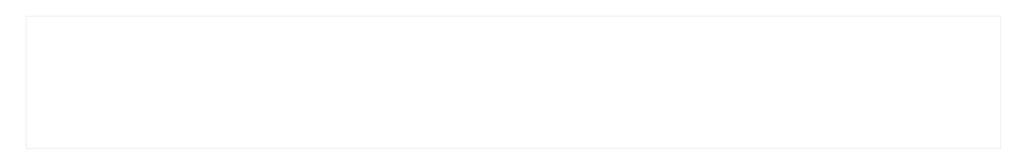
<source format=kicad_pcb>
(kicad_pcb (version 20171130) (host pcbnew "(5.1.10)-1")

  (general
    (thickness 3)
    (drawings 10)
    (tracks 0)
    (zones 0)
    (modules 6)
    (nets 1)
  )

  (page A3)
  (layers
    (0 F.Cu signal)
    (31 B.Cu signal)
    (32 B.Adhes user)
    (33 F.Adhes user)
    (34 B.Paste user)
    (35 F.Paste user)
    (36 B.SilkS user)
    (37 F.SilkS user)
    (38 B.Mask user)
    (39 F.Mask user)
    (40 Dwgs.User user)
    (41 Cmts.User user)
    (42 Eco1.User user)
    (43 Eco2.User user)
    (44 Edge.Cuts user)
    (45 Margin user)
    (46 B.CrtYd user)
    (47 F.CrtYd user)
    (48 B.Fab user)
    (49 F.Fab user)
  )

  (setup
    (last_trace_width 0.25)
    (user_trace_width 0.5)
    (trace_clearance 0.2)
    (zone_clearance 0.508)
    (zone_45_only no)
    (trace_min 0.2)
    (via_size 0.8)
    (via_drill 0.4)
    (via_min_size 0.4)
    (via_min_drill 0.3)
    (uvia_size 0.3)
    (uvia_drill 0.1)
    (uvias_allowed no)
    (uvia_min_size 0.2)
    (uvia_min_drill 0.1)
    (edge_width 0.1)
    (segment_width 0.2)
    (pcb_text_width 0.3)
    (pcb_text_size 1.5 1.5)
    (mod_edge_width 0.15)
    (mod_text_size 1 1)
    (mod_text_width 0.15)
    (pad_size 2.2 2.2)
    (pad_drill 2.2)
    (pad_to_mask_clearance 0)
    (aux_axis_origin 0 0)
    (visible_elements 7FFFFFFF)
    (pcbplotparams
      (layerselection 0x01000_7ffffffe)
      (usegerberextensions true)
      (usegerberattributes false)
      (usegerberadvancedattributes false)
      (creategerberjobfile false)
      (excludeedgelayer false)
      (linewidth 0.100000)
      (plotframeref false)
      (viasonmask false)
      (mode 1)
      (useauxorigin false)
      (hpglpennumber 1)
      (hpglpenspeed 20)
      (hpglpendiameter 15.000000)
      (psnegative false)
      (psa4output false)
      (plotreference true)
      (plotvalue true)
      (plotinvisibletext false)
      (padsonsilk false)
      (subtractmaskfromsilk false)
      (outputformat 4)
      (mirror false)
      (drillshape 0)
      (scaleselection 1)
      (outputdirectory "../../../../../../Desktop/"))
  )

  (net 0 "")

  (net_class Default "これはデフォルトのネット クラスです。"
    (clearance 0.2)
    (trace_width 0.25)
    (via_dia 0.8)
    (via_drill 0.4)
    (uvia_dia 0.3)
    (uvia_drill 0.1)
  )

  (module kbd:HOLE_m2_a (layer F.Cu) (tedit 5DA73E67) (tstamp 611FB132)
    (at 177.375 25)
    (descr "Mounting Hole 2.2mm, no annular, M2")
    (tags "mounting hole 2.2mm no annular m2")
    (autoplace_cost90 1)
    (attr virtual)
    (fp_text reference Ref** (at 0 -3.2) (layer F.Fab) hide
      (effects (font (size 1 1) (thickness 0.15)))
    )
    (fp_text value Val** (at 0 3.2) (layer F.Fab) hide
      (effects (font (size 1 1) (thickness 0.15)))
    )
    (fp_circle (center 0 0) (end 1.1 0) (layer Edge.Cuts) (width 0.01))
    (fp_text user %R (at 0.3 0) (layer F.Fab) hide
      (effects (font (size 1 1) (thickness 0.15)))
    )
  )

  (module kbd:HOLE_m2_a (layer F.Cu) (tedit 5DA73E67) (tstamp 611FB13C)
    (at 177.375 59.226)
    (descr "Mounting Hole 2.2mm, no annular, M2")
    (tags "mounting hole 2.2mm no annular m2")
    (autoplace_cost90 1)
    (attr virtual)
    (fp_text reference Ref** (at 0 -3.2) (layer F.Fab) hide
      (effects (font (size 1 1) (thickness 0.15)))
    )
    (fp_text value Val** (at 0 3.2) (layer F.Fab) hide
      (effects (font (size 1 1) (thickness 0.15)))
    )
    (fp_circle (center 0 0) (end 1.1 0) (layer Edge.Cuts) (width 0.01))
    (fp_text user %R (at 0.3 0) (layer F.Fab) hide
      (effects (font (size 1 1) (thickness 0.15)))
    )
  )

  (module kbd:HOLE_m2_a (layer F.Cu) (tedit 5DA73E67) (tstamp 6052BC6F)
    (at 19.5 28)
    (descr "Mounting Hole 2.2mm, no annular, M2")
    (tags "mounting hole 2.2mm no annular m2")
    (autoplace_cost90 1)
    (attr virtual)
    (fp_text reference Ref** (at 0 -3.2) (layer F.Fab) hide
      (effects (font (size 1 1) (thickness 0.15)))
    )
    (fp_text value Val** (at 0 3.2) (layer F.Fab) hide
      (effects (font (size 1 1) (thickness 0.15)))
    )
    (fp_circle (center 0 0) (end 1.1 0) (layer Edge.Cuts) (width 0.01))
    (fp_text user %R (at 0.3 0) (layer F.Fab) hide
      (effects (font (size 1 1) (thickness 0.15)))
    )
  )

  (module kbd:HOLE_m2_a (layer F.Cu) (tedit 5DA73E67) (tstamp 6052BC74)
    (at 19.5 56.226)
    (descr "Mounting Hole 2.2mm, no annular, M2")
    (tags "mounting hole 2.2mm no annular m2")
    (attr virtual)
    (fp_text reference e (at 0 -3.2) (layer F.Fab) hide
      (effects (font (size 1 1) (thickness 0.15)))
    )
    (fp_text value Val** (at 0 3.2) (layer F.Fab) hide
      (effects (font (size 1 1) (thickness 0.15)))
    )
    (fp_circle (center 0 0) (end 1.1 0) (layer Edge.Cuts) (width 0.01))
    (fp_text user %R (at 0.3 0) (layer F.Fab) hide
      (effects (font (size 1 1) (thickness 0.15)))
    )
  )

  (module kbd:HOLE_m2_a (layer F.Cu) (tedit 5DA73E67) (tstamp 6052BB8C)
    (at 335.25 56.226)
    (descr "Mounting Hole 2.2mm, no annular, M2")
    (tags "mounting hole 2.2mm no annular m2")
    (attr virtual)
    (fp_text reference Ref** (at 0 -3.2) (layer F.Fab) hide
      (effects (font (size 1 1) (thickness 0.15)))
    )
    (fp_text value Val** (at 0 3.2) (layer F.Fab) hide
      (effects (font (size 1 1) (thickness 0.15)))
    )
    (fp_circle (center 0 0) (end 1.1 0) (layer Edge.Cuts) (width 0.01))
    (fp_text user %R (at 0.3 0) (layer F.Fab) hide
      (effects (font (size 1 1) (thickness 0.15)))
    )
  )

  (module kbd:HOLE_m2_a (layer F.Cu) (tedit 5DA73E67) (tstamp 6052BB7C)
    (at 335.25 28)
    (descr "Mounting Hole 2.2mm, no annular, M2")
    (tags "mounting hole 2.2mm no annular m2")
    (autoplace_cost90 1)
    (attr virtual)
    (fp_text reference Ref** (at 0 -3.2) (layer F.Fab) hide
      (effects (font (size 1 1) (thickness 0.15)))
    )
    (fp_text value Val** (at 0 3.2) (layer F.Fab) hide
      (effects (font (size 1 1) (thickness 0.15)))
    )
    (fp_circle (center 0 0) (end 1.1 0) (layer Edge.Cuts) (width 0.01))
    (fp_text user %R (at 0.3 0) (layer F.Fab) hide
      (effects (font (size 1 1) (thickness 0.15)))
    )
  )

  (dimension 4.000084 (width 0.15) (layer F.Fab)
    (gr_text "4.000 mm" (at 17.425994 67.598571 -0.372417322) (layer F.Fab)
      (effects (font (size 1 1) (thickness 0.15)))
    )
    (feature1 (pts (xy 15.5 56.2) (xy 15.430632 66.872006)))
    (feature2 (pts (xy 19.5 56.226) (xy 19.430632 66.898006)))
    (crossbar (pts (xy 19.434444 66.311598) (xy 15.434444 66.285598)))
    (arrow1a (pts (xy 15.434444 66.285598) (xy 16.564736 65.706512)))
    (arrow1b (pts (xy 15.434444 66.285598) (xy 16.557112 66.879328)))
    (arrow2a (pts (xy 19.434444 66.311598) (xy 18.311776 65.717868)))
    (arrow2b (pts (xy 19.434444 66.311598) (xy 18.304152 66.890684)))
  )
  (dimension 7.904 (width 0.15) (layer F.Fab)
    (gr_text "7.904 mm" (at 10.498332 60.178 270) (layer F.Fab)
      (effects (font (size 1 1) (thickness 0.15)))
    )
    (feature1 (pts (xy 19.5 64.13) (xy 11.211911 64.13)))
    (feature2 (pts (xy 19.5 56.226) (xy 11.211911 56.226)))
    (crossbar (pts (xy 11.798332 56.226) (xy 11.798332 64.13)))
    (arrow1a (pts (xy 11.798332 64.13) (xy 11.211911 63.003496)))
    (arrow1b (pts (xy 11.798332 64.13) (xy 12.384753 63.003496)))
    (arrow2a (pts (xy 11.798332 56.226) (xy 11.211911 57.352504)))
    (arrow2b (pts (xy 11.798332 56.226) (xy 12.384753 57.352504)))
  )
  (dimension 28.226 (width 0.15) (layer F.Fab)
    (gr_text "28.226 mm" (at 10.5 42.113 270) (layer F.Fab)
      (effects (font (size 1 1) (thickness 0.15)))
    )
    (feature1 (pts (xy 19.5 56.226) (xy 11.213579 56.226)))
    (feature2 (pts (xy 19.5 28) (xy 11.213579 28)))
    (crossbar (pts (xy 11.8 28) (xy 11.8 56.226)))
    (arrow1a (pts (xy 11.8 56.226) (xy 11.213579 55.099496)))
    (arrow1b (pts (xy 11.8 56.226) (xy 12.386421 55.099496)))
    (arrow2a (pts (xy 11.8 28) (xy 11.213579 29.126504)))
    (arrow2b (pts (xy 11.8 28) (xy 12.386421 29.126504)))
  )
  (dimension 7.9 (width 0.15) (layer F.Fab)
    (gr_text "7.900 mm" (at 10.5 24.05 90) (layer F.Fab)
      (effects (font (size 1 1) (thickness 0.15)))
    )
    (feature1 (pts (xy 19.5 20.1) (xy 11.213579 20.1)))
    (feature2 (pts (xy 19.5 28) (xy 11.213579 28)))
    (crossbar (pts (xy 11.8 28) (xy 11.8 20.1)))
    (arrow1a (pts (xy 11.8 20.1) (xy 12.386421 21.226504)))
    (arrow1b (pts (xy 11.8 20.1) (xy 11.213579 21.226504)))
    (arrow2a (pts (xy 11.8 28) (xy 12.386421 26.873496)))
    (arrow2b (pts (xy 11.8 28) (xy 11.213579 26.873496)))
  )
  (dimension 323.75 (width 0.15) (layer F.Fab)
    (gr_text "323.750 mm" (at 177.375 15.368751) (layer F.Fab)
      (effects (font (size 1 1) (thickness 0.15)))
    )
    (feature1 (pts (xy 15.5 20) (xy 15.5 16.08233)))
    (feature2 (pts (xy 339.25 20) (xy 339.25 16.08233)))
    (crossbar (pts (xy 339.25 16.668751) (xy 15.5 16.668751)))
    (arrow1a (pts (xy 15.5 16.668751) (xy 16.626504 16.08233)))
    (arrow1b (pts (xy 15.5 16.668751) (xy 16.626504 17.255172)))
    (arrow2a (pts (xy 339.25 16.668751) (xy 338.123496 16.08233)))
    (arrow2b (pts (xy 339.25 16.668751) (xy 338.123496 17.255172)))
  )
  (dimension 44.026 (width 0.15) (layer F.Fab)
    (gr_text "44.026 mm" (at 345.58125 42.113 90) (layer F.Fab)
      (effects (font (size 1 1) (thickness 0.15)))
    )
    (feature1 (pts (xy 339.25 20.1) (xy 344.867671 20.1)))
    (feature2 (pts (xy 339.25 64.126) (xy 344.867671 64.126)))
    (crossbar (pts (xy 344.28125 64.126) (xy 344.28125 20.1)))
    (arrow1a (pts (xy 344.28125 20.1) (xy 344.867671 21.226504)))
    (arrow1b (pts (xy 344.28125 20.1) (xy 343.694829 21.226504)))
    (arrow2a (pts (xy 344.28125 64.126) (xy 344.867671 62.999496)))
    (arrow2b (pts (xy 344.28125 64.126) (xy 343.694829 62.999496)))
  )
  (gr_line (start 15.5 20.1) (end 339.25 20.1) (layer Edge.Cuts) (width 0.1) (tstamp 605227A5))
  (gr_line (start 339.25 64.126) (end 339.25 20.1) (layer Edge.Cuts) (width 0.1))
  (gr_line (start 15.5 64.126) (end 339.25 64.126) (layer Edge.Cuts) (width 0.1))
  (gr_line (start 15.5 20.1) (end 15.5 64.126) (layer Edge.Cuts) (width 0.1))

)

</source>
